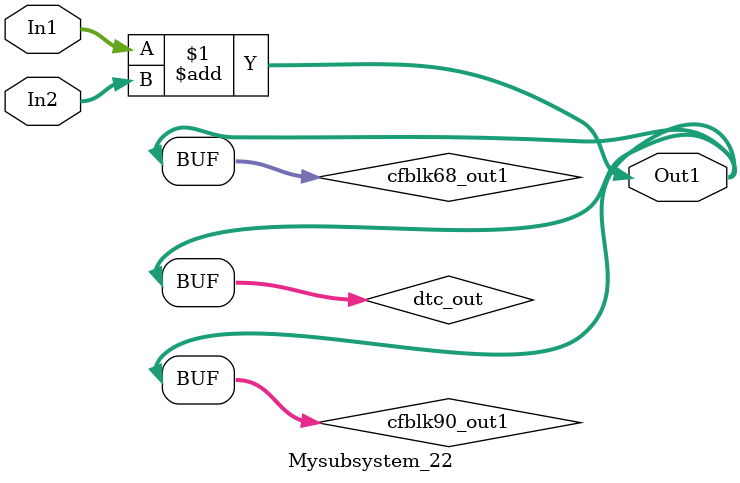
<source format=v>



`timescale 1 ns / 1 ns

module Mysubsystem_22
          (In1,
           In2,
           Out1);


  input   [7:0] In1;  // uint8
  input   [7:0] In2;  // uint8
  output  [7:0] Out1;  // uint8


  wire [7:0] cfblk90_out1;  // uint8
  wire [7:0] dtc_out;  // ufix8
  wire [7:0] cfblk68_out1;  // uint8


  assign cfblk90_out1 = In1 + In2;



  assign dtc_out = cfblk90_out1;



  assign cfblk68_out1 = dtc_out;



  assign Out1 = cfblk68_out1;

endmodule  // Mysubsystem_22


</source>
